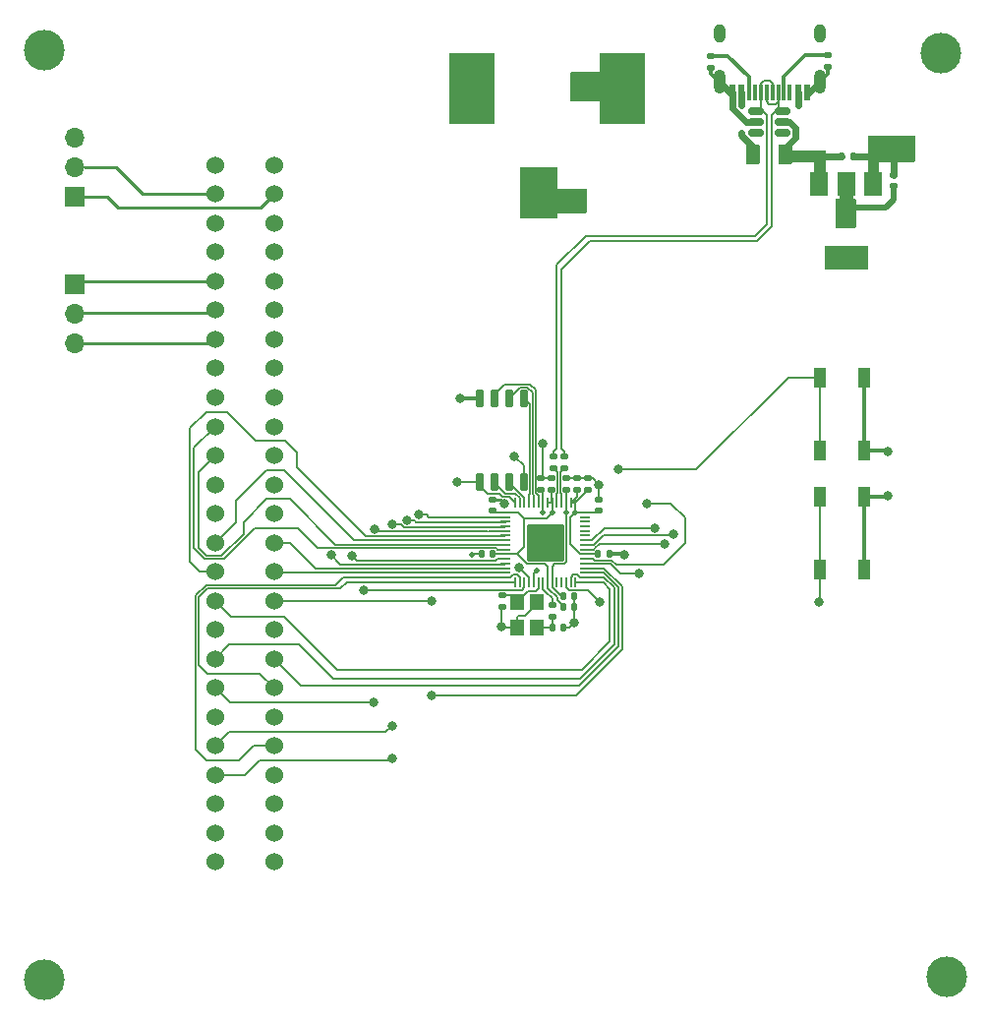
<source format=gbr>
%TF.GenerationSoftware,KiCad,Pcbnew,7.0.6-0*%
%TF.CreationDate,2024-06-08T16:42:37-07:00*%
%TF.ProjectId,pc64,70633634-2e6b-4696-9361-645f70636258,rev?*%
%TF.SameCoordinates,Original*%
%TF.FileFunction,Copper,L1,Top*%
%TF.FilePolarity,Positive*%
%FSLAX46Y46*%
G04 Gerber Fmt 4.6, Leading zero omitted, Abs format (unit mm)*
G04 Created by KiCad (PCBNEW 7.0.6-0) date 2024-06-08 16:42:37*
%MOMM*%
%LPD*%
G01*
G04 APERTURE LIST*
G04 Aperture macros list*
%AMRoundRect*
0 Rectangle with rounded corners*
0 $1 Rounding radius*
0 $2 $3 $4 $5 $6 $7 $8 $9 X,Y pos of 4 corners*
0 Add a 4 corners polygon primitive as box body*
4,1,4,$2,$3,$4,$5,$6,$7,$8,$9,$2,$3,0*
0 Add four circle primitives for the rounded corners*
1,1,$1+$1,$2,$3*
1,1,$1+$1,$4,$5*
1,1,$1+$1,$6,$7*
1,1,$1+$1,$8,$9*
0 Add four rect primitives between the rounded corners*
20,1,$1+$1,$2,$3,$4,$5,0*
20,1,$1+$1,$4,$5,$6,$7,0*
20,1,$1+$1,$6,$7,$8,$9,0*
20,1,$1+$1,$8,$9,$2,$3,0*%
G04 Aperture macros list end*
%TA.AperFunction,SMDPad,CuDef*%
%ADD10R,0.600000X1.450000*%
%TD*%
%TA.AperFunction,SMDPad,CuDef*%
%ADD11R,0.300000X1.450000*%
%TD*%
%TA.AperFunction,ComponentPad*%
%ADD12O,1.000000X2.100000*%
%TD*%
%TA.AperFunction,ComponentPad*%
%ADD13O,1.000000X1.600000*%
%TD*%
%TA.AperFunction,SMDPad,CuDef*%
%ADD14R,3.900000X6.200000*%
%TD*%
%TA.AperFunction,SMDPad,CuDef*%
%ADD15R,3.300000X4.400000*%
%TD*%
%TA.AperFunction,ComponentPad*%
%ADD16C,2.600000*%
%TD*%
%TA.AperFunction,ConnectorPad*%
%ADD17C,3.500000*%
%TD*%
%TA.AperFunction,SMDPad,CuDef*%
%ADD18RoundRect,0.140000X-0.170000X0.140000X-0.170000X-0.140000X0.170000X-0.140000X0.170000X0.140000X0*%
%TD*%
%TA.AperFunction,SMDPad,CuDef*%
%ADD19RoundRect,0.135000X0.185000X-0.135000X0.185000X0.135000X-0.185000X0.135000X-0.185000X-0.135000X0*%
%TD*%
%TA.AperFunction,SMDPad,CuDef*%
%ADD20RoundRect,0.140000X-0.140000X-0.170000X0.140000X-0.170000X0.140000X0.170000X-0.140000X0.170000X0*%
%TD*%
%TA.AperFunction,SMDPad,CuDef*%
%ADD21R,1.500000X2.000000*%
%TD*%
%TA.AperFunction,SMDPad,CuDef*%
%ADD22R,3.800000X2.000000*%
%TD*%
%TA.AperFunction,SMDPad,CuDef*%
%ADD23RoundRect,0.140000X0.140000X0.170000X-0.140000X0.170000X-0.140000X-0.170000X0.140000X-0.170000X0*%
%TD*%
%TA.AperFunction,ComponentPad*%
%ADD24C,1.524000*%
%TD*%
%TA.AperFunction,SMDPad,CuDef*%
%ADD25R,1.200000X1.400000*%
%TD*%
%TA.AperFunction,SMDPad,CuDef*%
%ADD26RoundRect,0.140000X0.170000X-0.140000X0.170000X0.140000X-0.170000X0.140000X-0.170000X-0.140000X0*%
%TD*%
%TA.AperFunction,ComponentPad*%
%ADD27O,1.700000X1.700000*%
%TD*%
%TA.AperFunction,ComponentPad*%
%ADD28R,1.700000X1.700000*%
%TD*%
%TA.AperFunction,SMDPad,CuDef*%
%ADD29RoundRect,0.150000X0.150000X-0.650000X0.150000X0.650000X-0.150000X0.650000X-0.150000X-0.650000X0*%
%TD*%
%TA.AperFunction,SMDPad,CuDef*%
%ADD30R,1.000000X1.700000*%
%TD*%
%TA.AperFunction,SMDPad,CuDef*%
%ADD31RoundRect,0.150000X-0.512500X-0.150000X0.512500X-0.150000X0.512500X0.150000X-0.512500X0.150000X0*%
%TD*%
%TA.AperFunction,SMDPad,CuDef*%
%ADD32RoundRect,0.250000X0.375000X0.625000X-0.375000X0.625000X-0.375000X-0.625000X0.375000X-0.625000X0*%
%TD*%
%TA.AperFunction,SMDPad,CuDef*%
%ADD33RoundRect,0.050000X-0.387500X-0.050000X0.387500X-0.050000X0.387500X0.050000X-0.387500X0.050000X0*%
%TD*%
%TA.AperFunction,SMDPad,CuDef*%
%ADD34RoundRect,0.050000X-0.050000X-0.387500X0.050000X-0.387500X0.050000X0.387500X-0.050000X0.387500X0*%
%TD*%
%TA.AperFunction,SMDPad,CuDef*%
%ADD35RoundRect,0.144000X-1.456000X-1.456000X1.456000X-1.456000X1.456000X1.456000X-1.456000X1.456000X0*%
%TD*%
%TA.AperFunction,SMDPad,CuDef*%
%ADD36RoundRect,0.135000X-0.185000X0.135000X-0.185000X-0.135000X0.185000X-0.135000X0.185000X0.135000X0*%
%TD*%
%TA.AperFunction,ViaPad*%
%ADD37C,0.800000*%
%TD*%
%TA.AperFunction,ViaPad*%
%ADD38C,0.500000*%
%TD*%
%TA.AperFunction,Conductor*%
%ADD39C,0.150000*%
%TD*%
%TA.AperFunction,Conductor*%
%ADD40C,0.200000*%
%TD*%
%TA.AperFunction,Conductor*%
%ADD41C,0.127000*%
%TD*%
%TA.AperFunction,Conductor*%
%ADD42C,0.300000*%
%TD*%
%TA.AperFunction,Conductor*%
%ADD43C,0.600000*%
%TD*%
%TA.AperFunction,Conductor*%
%ADD44C,0.500000*%
%TD*%
%TA.AperFunction,Conductor*%
%ADD45C,0.250000*%
%TD*%
G04 APERTURE END LIST*
D10*
%TO.P,J1,A1,GND*%
%TO.N,GND*%
X128955000Y-48512000D03*
%TO.P,J1,A4,VBUS*%
%TO.N,Net-(F1-Pad2)*%
X128180000Y-48512000D03*
D11*
%TO.P,J1,A5,CC1*%
%TO.N,Net-(J1-CC1)*%
X126980000Y-48512000D03*
%TO.P,J1,A6,D+*%
%TO.N,USB_D+*%
X125980000Y-48512000D03*
%TO.P,J1,A7,D-*%
%TO.N,USB_D-*%
X125480000Y-48512000D03*
%TO.P,J1,A8,SBU1*%
%TO.N,unconnected-(J1-SBU1-PadA8)*%
X124480000Y-48512000D03*
D10*
%TO.P,J1,A9,VBUS*%
%TO.N,Net-(F1-Pad2)*%
X123280000Y-48512000D03*
%TO.P,J1,A12,GND*%
%TO.N,GND*%
X122505000Y-48512000D03*
%TO.P,J1,B1,GND*%
X122505000Y-48512000D03*
%TO.P,J1,B4,VBUS*%
%TO.N,Net-(F1-Pad2)*%
X123280000Y-48512000D03*
D11*
%TO.P,J1,B5,CC2*%
%TO.N,Net-(J1-CC2)*%
X123980000Y-48512000D03*
%TO.P,J1,B6,D+*%
%TO.N,USB_D+*%
X124980000Y-48512000D03*
%TO.P,J1,B7,D-*%
%TO.N,USB_D-*%
X126480000Y-48512000D03*
%TO.P,J1,B8,SBU2*%
%TO.N,unconnected-(J1-SBU2-PadB8)*%
X127480000Y-48512000D03*
D10*
%TO.P,J1,B9,VBUS*%
%TO.N,Net-(F1-Pad2)*%
X128180000Y-48512000D03*
%TO.P,J1,B12,GND*%
%TO.N,GND*%
X128955000Y-48512000D03*
D12*
%TO.P,J1,S1,SHIELD*%
X130050000Y-47597000D03*
D13*
X130050000Y-43417000D03*
D12*
X121410000Y-47597000D03*
D13*
X121410000Y-43417000D03*
%TD*%
D14*
%TO.P,CART 12V,3*%
%TO.N,N/C*%
X100130000Y-48133000D03*
%TO.P,CART 12V,2*%
%TO.N,/CART_12V*%
X113030000Y-48133000D03*
D15*
%TO.P,CART 12V,1*%
%TO.N,GND*%
X105880000Y-57133000D03*
%TD*%
D16*
%TO.P,H1,1,1*%
%TO.N,GND*%
X63246000Y-124841000D03*
D17*
X63246000Y-124841000D03*
%TD*%
D18*
%TO.P,C3,1*%
%TO.N,Net-(U4-XIN)*%
X102716000Y-91799000D03*
%TO.P,C3,2*%
%TO.N,GND*%
X102716000Y-92759000D03*
%TD*%
D16*
%TO.P,H2,1,1*%
%TO.N,GND*%
X63246000Y-44831000D03*
D17*
X63246000Y-44831000D03*
%TD*%
D19*
%TO.P,R4,1*%
%TO.N,Net-(U4-USB_DM)*%
X108088980Y-80889000D03*
%TO.P,R4,2*%
%TO.N,USB_D-*%
X108088980Y-79869000D03*
%TD*%
D20*
%TO.P,C13,1*%
%TO.N,GND*%
X100916000Y-88249000D03*
%TO.P,C13,2*%
%TO.N,3.3V*%
X101876000Y-88249000D03*
%TD*%
D21*
%TO.P,U1002,1,GND*%
%TO.N,GND*%
X134634000Y-56413000D03*
%TO.P,U1002,2,VO*%
%TO.N,3.3V*%
X132334000Y-56413000D03*
%TO.P,U1002,3,VI*%
%TO.N,5V*%
X130034000Y-56413000D03*
D22*
%TO.P,U1002,4*%
%TO.N,N/C*%
X132334000Y-62713000D03*
%TD*%
D23*
%TO.P,C16,1*%
%TO.N,GND*%
X108906000Y-92809000D03*
%TO.P,C16,2*%
%TO.N,3.3V*%
X107946000Y-92809000D03*
%TD*%
D16*
%TO.P,H4,1,1*%
%TO.N,GND*%
X140970000Y-124587000D03*
D17*
X140970000Y-124587000D03*
%TD*%
D18*
%TO.P,C7,1*%
%TO.N,GND*%
X108246000Y-81739000D03*
%TO.P,C7,2*%
%TO.N,Net-(U4-VREG_VOUT)*%
X108246000Y-82699000D03*
%TD*%
D24*
%TO.P,U2,50,GND*%
%TO.N,GND*%
X77978000Y-54756000D03*
%TO.P,U2,49,RAUDIO*%
%TO.N,/CART_RAUDIO*%
X77978000Y-57256000D03*
%TO.P,U2,48,GND*%
%TO.N,GND*%
X77978000Y-59756000D03*
%TO.P,U2,47,GND*%
X77978000Y-62256000D03*
%TO.P,U2,46,VIDEO_SYNC*%
%TO.N,/CART_VIDEO_SYNC*%
X77978000Y-64756000D03*
%TO.P,U2,45,~{NMI}*%
%TO.N,/CART_NMI*%
X77978000Y-67256000D03*
%TO.P,U2,44,~{INT1}*%
%TO.N,/CART_INT1*%
X77978000Y-69756000D03*
%TO.P,U2,43,CIC_DCLK*%
%TO.N,/CIC_CLK*%
X77978000Y-72256000D03*
%TO.P,U2,42,VCC*%
%TO.N,3.3V*%
X77978000Y-74756000D03*
%TO.P,U2,41,AD7*%
%TO.N,/AD7*%
X77978000Y-77256000D03*
%TO.P,U2,40,AD6*%
%TO.N,/AD6*%
X77978000Y-79756000D03*
%TO.P,U2,39,12V*%
%TO.N,/CART_12V*%
X77978000Y-82256000D03*
%TO.P,U2,38,12V_EXP*%
X77978000Y-84756000D03*
%TO.P,U2,37,AD5*%
%TO.N,/AD5*%
X77978000Y-87256000D03*
%TO.P,U2,36,AD4*%
%TO.N,/AD4*%
X77978000Y-89756000D03*
%TO.P,U2,35,ALEH*%
%TO.N,/ALEH*%
X77978000Y-92256000D03*
%TO.P,U2,34,VCC*%
%TO.N,3.3V*%
X77978000Y-94756000D03*
%TO.P,U2,33,ALEL*%
%TO.N,/ALEL*%
X77978000Y-97256000D03*
%TO.P,U2,32,AD3*%
%TO.N,/AD3*%
X77978000Y-99756000D03*
%TO.P,U2,31,GND*%
%TO.N,GND*%
X77978000Y-102256000D03*
%TO.P,U2,30,AD2*%
%TO.N,/AD2*%
X77978000Y-104756000D03*
%TO.P,U2,29,AD1*%
%TO.N,/AD1*%
X77978000Y-107256000D03*
%TO.P,U2,28,AD0*%
%TO.N,/AD0*%
X77978000Y-109756000D03*
%TO.P,U2,27,GND*%
%TO.N,GND*%
X77978000Y-112256000D03*
%TO.P,U2,26,GND*%
X77978000Y-114756000D03*
%TO.P,U2,25,GND*%
X83058000Y-54756000D03*
%TO.P,U2,24,LAUDIO*%
%TO.N,/CART_LAUDIO*%
X83058000Y-57256000D03*
%TO.P,U2,23,GND*%
%TO.N,GND*%
X83058000Y-59756000D03*
%TO.P,U2,22,GND*%
X83058000Y-62256000D03*
%TO.P,U2,21,SI_DAT*%
%TO.N,/N64_SI_DAT*%
X83058000Y-64756000D03*
%TO.P,U2,20,~{COLD_RESET}*%
%TO.N,/COLD_RESET*%
X83058000Y-67256000D03*
%TO.P,U2,19,SI_CLK*%
%TO.N,/N64_SI_CLK*%
X83058000Y-69756000D03*
%TO.P,U2,18,CIC_DIO*%
%TO.N,/CIC_DIO*%
X83058000Y-72256000D03*
%TO.P,U2,17,VCC*%
%TO.N,3.3V*%
X83058000Y-74756000D03*
%TO.P,U2,16,AD8*%
%TO.N,/AD8*%
X83058000Y-77256000D03*
%TO.P,U2,15,AD9*%
%TO.N,/AD9*%
X83058000Y-79756000D03*
%TO.P,U2,14,12V_EXP*%
%TO.N,/CART_12V*%
X83058000Y-82256000D03*
%TO.P,U2,13,12V*%
X83058000Y-84756000D03*
%TO.P,U2,12,AD10*%
%TO.N,/AD10*%
X83058000Y-87256000D03*
%TO.P,U2,11,AD11*%
%TO.N,/AD11*%
X83058000Y-89756000D03*
%TO.P,U2,10,~{READ}*%
%TO.N,/READ*%
X83058000Y-92256000D03*
%TO.P,U2,9,VCC*%
%TO.N,3.3V*%
X83058000Y-94756000D03*
%TO.P,U2,8,~{WRITE}*%
%TO.N,/WRITE*%
X83058000Y-97256000D03*
%TO.P,U2,7,AD12*%
%TO.N,/AD12*%
X83058000Y-99756000D03*
%TO.P,U2,6,GND*%
%TO.N,GND*%
X83058000Y-102256000D03*
%TO.P,U2,5,AD13*%
%TO.N,/AD13*%
X83058000Y-104756000D03*
%TO.P,U2,4,AD14*%
%TO.N,/AD14*%
X83058000Y-107256000D03*
%TO.P,U2,3,AD15*%
%TO.N,/AD15*%
X83058000Y-109756000D03*
%TO.P,U2,2,GND*%
%TO.N,GND*%
X83058000Y-112256000D03*
%TO.P,U2,1,GND*%
X83058000Y-114756000D03*
%TD*%
D25*
%TO.P,Y1,1,1*%
%TO.N,Net-(C4-Pad1)*%
X105726000Y-94569000D03*
%TO.P,Y1,2,2*%
%TO.N,GND*%
X105726000Y-92369000D03*
%TO.P,Y1,3,3*%
%TO.N,Net-(U4-XIN)*%
X104026000Y-92369000D03*
%TO.P,Y1,4,4*%
%TO.N,GND*%
X104026000Y-94569000D03*
%TD*%
D26*
%TO.P,C1002,1*%
%TO.N,3.3V*%
X136448800Y-56560600D03*
%TO.P,C1002,2*%
%TO.N,GND*%
X136448800Y-55600600D03*
%TD*%
D20*
%TO.P,C4,1*%
%TO.N,Net-(C4-Pad1)*%
X107006000Y-94559000D03*
%TO.P,C4,2*%
%TO.N,GND*%
X107966000Y-94559000D03*
%TD*%
D19*
%TO.P,R1,1*%
%TO.N,GND*%
X130750000Y-46347000D03*
%TO.P,R1,2*%
%TO.N,Net-(J1-CC1)*%
X130750000Y-45327000D03*
%TD*%
D18*
%TO.P,C9,1*%
%TO.N,GND*%
X110086000Y-81739000D03*
%TO.P,C9,2*%
%TO.N,3.3V*%
X110086000Y-82699000D03*
%TD*%
D27*
%TO.P,CON2,3,3*%
%TO.N,/CART_INT1*%
X65913000Y-70104000D03*
%TO.P,CON2,2,2*%
%TO.N,/CART_NMI*%
X65913000Y-67564000D03*
D28*
%TO.P,CON2,1,1*%
%TO.N,/CART_VIDEO_SYNC*%
X65913000Y-65024000D03*
%TD*%
D23*
%TO.P,C11,1*%
%TO.N,GND*%
X111936000Y-88249000D03*
%TO.P,C11,2*%
%TO.N,3.3V*%
X110976000Y-88249000D03*
%TD*%
D29*
%TO.P,U3,1,~{CS}*%
%TO.N,QSPI_CSn_Pull*%
X100751000Y-82079000D03*
%TO.P,U3,2,DO(IO1)*%
%TO.N,RP_SD1*%
X102021000Y-82079000D03*
%TO.P,U3,3,IO2*%
%TO.N,RP_SD2*%
X103291000Y-82079000D03*
%TO.P,U3,4,GND*%
%TO.N,GND*%
X104561000Y-82079000D03*
%TO.P,U3,5,DI(IO0)*%
%TO.N,RP_SD0*%
X104561000Y-74879000D03*
%TO.P,U3,6,CLK*%
%TO.N,RP_CLK*%
X103291000Y-74879000D03*
%TO.P,U3,7,IO3*%
%TO.N,RP_SD3*%
X102021000Y-74879000D03*
%TO.P,U3,8,VCC*%
%TO.N,3.3V*%
X100751000Y-74879000D03*
%TD*%
D16*
%TO.P,H3,1,1*%
%TO.N,GND*%
X140462000Y-45085000D03*
D17*
X140462000Y-45085000D03*
%TD*%
D19*
%TO.P,R3,1*%
%TO.N,Net-(U4-USB_DP)*%
X107148980Y-80889000D03*
%TO.P,R3,2*%
%TO.N,USB_D+*%
X107148980Y-79869000D03*
%TD*%
D18*
%TO.P,C8,1*%
%TO.N,GND*%
X109166000Y-81739000D03*
%TO.P,C8,2*%
%TO.N,3.3V*%
X109166000Y-82699000D03*
%TD*%
D30*
%TO.P,RP_SW2,1,1*%
%TO.N,RUN_PULL*%
X130048000Y-89612000D03*
X130048000Y-83312000D03*
%TO.P,RP_SW2,2,2*%
%TO.N,GND*%
X133848000Y-89612000D03*
X133848000Y-83312000D03*
%TD*%
D31*
%TO.P,U1001,1,IO1*%
%TO.N,USB_D+*%
X124592500Y-50117000D03*
%TO.P,U1001,2,VN*%
%TO.N,GND*%
X124592500Y-51067000D03*
%TO.P,U1001,3,IO2*%
%TO.N,unconnected-(U1001-IO2-Pad3)*%
X124592500Y-52017000D03*
%TO.P,U1001,4,IO3*%
%TO.N,unconnected-(U1001-IO3-Pad4)*%
X126867500Y-52017000D03*
%TO.P,U1001,5,VP*%
%TO.N,5V*%
X126867500Y-51067000D03*
%TO.P,U1001,6,IO4*%
%TO.N,USB_D-*%
X126867500Y-50117000D03*
%TD*%
D30*
%TO.P,RP_SW1,1,1*%
%TO.N,QSPI_CSn_Pull*%
X130058000Y-79325000D03*
X130058000Y-73025000D03*
%TO.P,RP_SW1,2,2*%
%TO.N,GND*%
X133858000Y-79325000D03*
X133858000Y-73025000D03*
%TD*%
D18*
%TO.P,C14,1*%
%TO.N,GND*%
X101846000Y-83559000D03*
%TO.P,C14,2*%
%TO.N,3.3V*%
X101846000Y-84519000D03*
%TD*%
D20*
%TO.P,C1001,1*%
%TO.N,5V*%
X131981000Y-53975000D03*
%TO.P,C1001,2*%
%TO.N,GND*%
X132941000Y-53975000D03*
%TD*%
D18*
%TO.P,C10,1*%
%TO.N,GND*%
X111006000Y-83559000D03*
%TO.P,C10,2*%
%TO.N,3.3V*%
X111006000Y-84519000D03*
%TD*%
%TO.P,C5,1*%
%TO.N,GND*%
X106066000Y-81739000D03*
%TO.P,C5,2*%
%TO.N,Net-(U4-VREG_VOUT)*%
X106066000Y-82699000D03*
%TD*%
D27*
%TO.P,CON3,3,3*%
%TO.N,GND*%
X65898000Y-52436000D03*
%TO.P,CON3,2,2*%
%TO.N,/CART_RAUDIO*%
X65898000Y-54976000D03*
D28*
%TO.P,CON3,1,1*%
%TO.N,/CART_LAUDIO*%
X65898000Y-57516000D03*
%TD*%
D18*
%TO.P,C15,1*%
%TO.N,GND*%
X106986000Y-81739000D03*
%TO.P,C15,2*%
%TO.N,3.3V*%
X106986000Y-82699000D03*
%TD*%
D32*
%TO.P,F1,2*%
%TO.N,Net-(F1-Pad2)*%
X124330000Y-53887000D03*
%TO.P,F1,1*%
%TO.N,5V*%
X127130000Y-53887000D03*
%TD*%
D19*
%TO.P,R2,1*%
%TO.N,GND*%
X120700000Y-46357000D03*
%TO.P,R2,2*%
%TO.N,Net-(J1-CC2)*%
X120700000Y-45337000D03*
%TD*%
D23*
%TO.P,C6,1*%
%TO.N,GND*%
X108906000Y-91889000D03*
%TO.P,C6,2*%
%TO.N,Net-(U4-VREG_VOUT)*%
X107946000Y-91889000D03*
%TD*%
D33*
%TO.P,U4,1,IOVDD*%
%TO.N,3.3V*%
X102988500Y-84649000D03*
%TO.P,U4,2,GPIO0*%
%TO.N,/AD0*%
X102988500Y-85049000D03*
%TO.P,U4,3,GPIO1*%
%TO.N,/AD1*%
X102988500Y-85449000D03*
%TO.P,U4,4,GPIO2*%
%TO.N,/AD2*%
X102988500Y-85849000D03*
%TO.P,U4,5,GPIO3*%
%TO.N,/AD3*%
X102988500Y-86249000D03*
%TO.P,U4,6,GPIO4*%
%TO.N,/AD4*%
X102988500Y-86649000D03*
%TO.P,U4,7,GPIO5*%
%TO.N,/AD5*%
X102988500Y-87049000D03*
%TO.P,U4,8,GPIO6*%
%TO.N,/AD6*%
X102988500Y-87449000D03*
%TO.P,U4,9,GPIO7*%
%TO.N,/AD7*%
X102988500Y-87849000D03*
%TO.P,U4,10,IOVDD*%
%TO.N,3.3V*%
X102988500Y-88249000D03*
%TO.P,U4,11,GPIO8*%
%TO.N,/AD8*%
X102988500Y-88649000D03*
%TO.P,U4,12,GPIO9*%
%TO.N,/AD9*%
X102988500Y-89049000D03*
%TO.P,U4,13,GPIO10*%
%TO.N,/AD10*%
X102988500Y-89449000D03*
%TO.P,U4,14,GPIO11*%
%TO.N,/AD11*%
X102988500Y-89849000D03*
D34*
%TO.P,U4,15,GPIO12*%
%TO.N,/AD12*%
X103826000Y-90686500D03*
%TO.P,U4,16,GPIO13*%
%TO.N,/AD13*%
X104226000Y-90686500D03*
%TO.P,U4,17,GPIO14*%
%TO.N,/AD14*%
X104626000Y-90686500D03*
%TO.P,U4,18,GPIO15*%
%TO.N,/AD15*%
X105026000Y-90686500D03*
%TO.P,U4,19,TESTEN*%
%TO.N,GND*%
X105426000Y-90686500D03*
%TO.P,U4,20,XIN*%
%TO.N,Net-(U4-XIN)*%
X105826000Y-90686500D03*
%TO.P,U4,21,XOUT*%
%TO.N,Net-(U4-XOUT)*%
X106226000Y-90686500D03*
%TO.P,U4,22,IOVDD*%
%TO.N,3.3V*%
X106626000Y-90686500D03*
%TO.P,U4,23,DVDD*%
%TO.N,Net-(U4-VREG_VOUT)*%
X107026000Y-90686500D03*
%TO.P,U4,24,SWCLK*%
%TO.N,Net-(SWCLK1-Pin_1)*%
X107426000Y-90686500D03*
%TO.P,U4,25,SWD*%
%TO.N,Net-(SWD1-Pin_1)*%
X107826000Y-90686500D03*
%TO.P,U4,26,RUN*%
%TO.N,RUN_PULL*%
X108226000Y-90686500D03*
%TO.P,U4,27,GPIO16*%
%TO.N,/ALEL*%
X108626000Y-90686500D03*
%TO.P,U4,28,GPIO17*%
%TO.N,/ALEH*%
X109026000Y-90686500D03*
D33*
%TO.P,U4,29,GPIO18*%
%TO.N,/WRITE*%
X109863500Y-89849000D03*
%TO.P,U4,30,GPIO19*%
%TO.N,/READ*%
X109863500Y-89449000D03*
%TO.P,U4,31,GPIO20*%
%TO.N,/CIC_CLK*%
X109863500Y-89049000D03*
%TO.P,U4,32,GPIO21*%
%TO.N,/CIC_DIO*%
X109863500Y-88649000D03*
%TO.P,U4,33,IOVDD*%
%TO.N,3.3V*%
X109863500Y-88249000D03*
%TO.P,U4,34,GPIO22*%
%TO.N,/COLD_RESET*%
X109863500Y-87849000D03*
%TO.P,U4,35,GPIO23*%
%TO.N,/N64_SI_DAT*%
X109863500Y-87449000D03*
%TO.P,U4,36,GPIO24*%
%TO.N,/N64_SI_CLK*%
X109863500Y-87049000D03*
%TO.P,U4,37,GPIO25*%
%TO.N,unconnected-(U4-GPIO25-Pad37)*%
X109863500Y-86649000D03*
%TO.P,U4,38,GPIO26_ADC0*%
%TO.N,unconnected-(U4-GPIO26_ADC0-Pad38)*%
X109863500Y-86249000D03*
%TO.P,U4,39,GPIO27_ADC1*%
%TO.N,unconnected-(U4-GPIO27_ADC1-Pad39)*%
X109863500Y-85849000D03*
%TO.P,U4,40,GPIO28_ADC2*%
%TO.N,unconnected-(U4-GPIO28_ADC2-Pad40)*%
X109863500Y-85449000D03*
%TO.P,U4,41,GPIO29_ADC3*%
%TO.N,unconnected-(U4-GPIO29_ADC3-Pad41)*%
X109863500Y-85049000D03*
%TO.P,U4,42,IOVDD*%
%TO.N,3.3V*%
X109863500Y-84649000D03*
D34*
%TO.P,U4,43,ADC_AVDD*%
X109026000Y-83811500D03*
%TO.P,U4,44,VREG_IN*%
X108626000Y-83811500D03*
%TO.P,U4,45,VREG_VOUT*%
%TO.N,Net-(U4-VREG_VOUT)*%
X108226000Y-83811500D03*
%TO.P,U4,46,USB_DM*%
%TO.N,Net-(U4-USB_DM)*%
X107826000Y-83811500D03*
%TO.P,U4,47,USB_DP*%
%TO.N,Net-(U4-USB_DP)*%
X107426000Y-83811500D03*
%TO.P,U4,48,USB_VDD*%
%TO.N,3.3V*%
X107026000Y-83811500D03*
%TO.P,U4,49,IOVDD*%
X106626000Y-83811500D03*
%TO.P,U4,50,DVDD*%
%TO.N,Net-(U4-VREG_VOUT)*%
X106226000Y-83811500D03*
%TO.P,U4,51,QSPI_SD3*%
%TO.N,RP_SD3*%
X105826000Y-83811500D03*
%TO.P,U4,52,QSPI_SCLK*%
%TO.N,RP_CLK*%
X105426000Y-83811500D03*
%TO.P,U4,53,QSPI_SD0*%
%TO.N,RP_SD0*%
X105026000Y-83811500D03*
%TO.P,U4,54,QSPI_SD2*%
%TO.N,RP_SD2*%
X104626000Y-83811500D03*
%TO.P,U4,55,QSPI_SD1*%
%TO.N,RP_SD1*%
X104226000Y-83811500D03*
%TO.P,U4,56,QSPI_SS*%
%TO.N,QSPI_CSn_Pull*%
X103826000Y-83811500D03*
D35*
%TO.P,U4,57,GND*%
%TO.N,GND*%
X106426000Y-87249000D03*
%TD*%
D36*
%TO.P,R1001,1*%
%TO.N,Net-(U4-XOUT)*%
X107046000Y-92659000D03*
%TO.P,R1001,2*%
%TO.N,Net-(C4-Pad1)*%
X107046000Y-93679000D03*
%TD*%
D37*
%TO.N,GND*%
X108204000Y-57404000D03*
X108204000Y-58293000D03*
%TO.N,/CART_12V*%
X110363000Y-48768000D03*
X110363000Y-47498000D03*
X109347000Y-48768000D03*
X109347000Y-47498000D03*
%TO.N,GND*%
X109220000Y-58293000D03*
X109220000Y-57404000D03*
%TO.N,/N64_SI_DAT*%
X117475002Y-86537800D03*
%TO.N,/CIC_DIO*%
X115138200Y-83870800D03*
%TO.N,RUN_PULL*%
X111125000Y-92354400D03*
X130022600Y-92354400D03*
%TO.N,/AD0*%
X95554800Y-84869500D03*
%TO.N,/AD1*%
X93217986Y-105791000D03*
X94488000Y-85344000D03*
%TO.N,/AD2*%
X93218000Y-102997000D03*
X93218000Y-85646992D03*
%TO.N,/AD3*%
X91668600Y-100965000D03*
X91694000Y-86106006D03*
%TO.N,/AD8*%
X89788996Y-88371825D03*
%TO.N,/AD9*%
X88011000Y-88328000D03*
%TO.N,/AD14*%
X90754200Y-91338400D03*
%TO.N,/AD15*%
X104140000Y-89408000D03*
D38*
%TO.N,GND*%
X105664000Y-89662000D03*
D37*
X136906000Y-52832000D03*
D38*
X100076000Y-88265000D03*
D37*
X108906000Y-94113455D03*
X106226600Y-78734061D03*
X136906000Y-53848000D03*
X136017000Y-52832000D03*
X103765077Y-79800500D03*
X136017000Y-53848000D03*
X102670600Y-94482061D03*
X135890000Y-79375000D03*
X135890000Y-83185000D03*
X137795000Y-52832000D03*
X102906000Y-83929000D03*
X111052600Y-82290061D03*
X137795000Y-53848000D03*
X113224645Y-88298000D03*
X106426000Y-87249000D03*
%TO.N,/READ*%
X96672400Y-92278200D03*
X96672400Y-100380800D03*
%TO.N,/CIC_CLK*%
X114477800Y-89916000D03*
%TO.N,/COLD_RESET*%
X116668500Y-87342500D03*
D38*
%TO.N,3.3V*%
X107026000Y-84649000D03*
D37*
X132715000Y-58394598D03*
D38*
X109026000Y-84649000D03*
D37*
X99060000Y-74803000D03*
X131851400Y-58394600D03*
X132715000Y-59410600D03*
X131851400Y-59410600D03*
D38*
%TO.N,Net-(F1-Pad2)*%
X128180000Y-49617000D03*
X123280000Y-52017000D03*
X123280000Y-49617000D03*
D37*
%TO.N,QSPI_CSn_Pull*%
X98806000Y-82042000D03*
X112750600Y-80975200D03*
%TO.N,/N64_SI_CLK*%
X115824000Y-85978984D03*
D38*
%TO.N,Net-(U4-VREG_VOUT)*%
X106226000Y-84649000D03*
X108226000Y-84649000D03*
%TD*%
D39*
%TO.N,/ALEH*%
X109026000Y-90686500D02*
X111438300Y-90686500D01*
X79321000Y-93599000D02*
X77978000Y-92256000D01*
X111991000Y-91239200D02*
X111991000Y-95755600D01*
X88493600Y-98171000D02*
X83921600Y-93599000D01*
X111438300Y-90686500D02*
X111991000Y-91239200D01*
X83921600Y-93599000D02*
X79321000Y-93599000D01*
X111991000Y-95755600D02*
X109575600Y-98171000D01*
X109575600Y-98171000D02*
X88493600Y-98171000D01*
%TO.N,/CIC_CLK*%
X109863500Y-89049000D02*
X109877020Y-89062520D01*
X109877020Y-89062520D02*
X112024120Y-89062520D01*
X112024120Y-89062520D02*
X112877600Y-89916000D01*
X112877600Y-89916000D02*
X114477800Y-89916000D01*
%TO.N,/CIC_DIO*%
X115138200Y-83870800D02*
X117195600Y-83870800D01*
X117195600Y-83870800D02*
X118440200Y-85115400D01*
X118440200Y-85115400D02*
X118440200Y-87299800D01*
X116597500Y-89142500D02*
X112510500Y-89142500D01*
X118440200Y-87299800D02*
X116597500Y-89142500D01*
X112510500Y-89142500D02*
X112153520Y-88785520D01*
X110684183Y-88785520D02*
X110547663Y-88649000D01*
X112153520Y-88785520D02*
X110684183Y-88785520D01*
X110547663Y-88649000D02*
X109863500Y-88649000D01*
%TO.N,/AD6*%
X102988500Y-87449000D02*
X88338000Y-87449000D01*
X78536800Y-88392000D02*
X77216000Y-88392000D01*
X77216000Y-88392000D02*
X76530200Y-87706200D01*
X76530200Y-87706200D02*
X76530200Y-81203800D01*
X80441800Y-85471000D02*
X80441800Y-86487000D01*
X76530200Y-81203800D02*
X77978000Y-79756000D01*
X88338000Y-87449000D02*
X84404200Y-83515200D01*
X84404200Y-83515200D02*
X82397600Y-83515200D01*
X82397600Y-83515200D02*
X80441800Y-85471000D01*
X80441800Y-86487000D02*
X78536800Y-88392000D01*
%TO.N,/WRITE*%
X112699800Y-96215200D02*
X109321600Y-99593400D01*
X111449737Y-89849000D02*
X112699800Y-91099063D01*
X109863500Y-89849000D02*
X111449737Y-89849000D01*
X85395400Y-99593400D02*
X83058000Y-97256000D01*
X112699800Y-91099063D02*
X112699800Y-96215200D01*
X109321600Y-99593400D02*
X85395400Y-99593400D01*
%TO.N,/ALEL*%
X108626000Y-90686500D02*
X108626000Y-90257942D01*
X108626000Y-90257942D02*
X108861462Y-90022480D01*
X108861462Y-90022480D02*
X109190538Y-90022480D01*
X112344200Y-91135200D02*
X112344200Y-96037400D01*
X112344200Y-96037400D02*
X109423200Y-98958400D01*
X109190538Y-90022480D02*
X109417058Y-90249000D01*
X85217000Y-96012000D02*
X79222000Y-96012000D01*
X109417058Y-90249000D02*
X111458000Y-90249000D01*
X111458000Y-90249000D02*
X112344200Y-91135200D01*
X88163400Y-98958400D02*
X85217000Y-96012000D01*
X109423200Y-98958400D02*
X88163400Y-98958400D01*
X79222000Y-96012000D02*
X77978000Y-97256000D01*
D40*
%TO.N,USB_D-*%
X125955000Y-50419000D02*
X126257000Y-50117000D01*
X125955000Y-60037200D02*
X125955000Y-50419000D01*
X124680200Y-61312000D02*
X125955000Y-60037200D01*
X110265000Y-61312000D02*
X124680200Y-61312000D01*
X107843980Y-63733020D02*
X110265000Y-61312000D01*
X108088980Y-79388999D02*
X107843980Y-79143999D01*
X126257000Y-50117000D02*
X126867500Y-50117000D01*
X107843980Y-79143999D02*
X107843980Y-63733020D01*
X108088980Y-79869000D02*
X108088980Y-79388999D01*
D39*
%TO.N,/READ*%
X96672400Y-100380800D02*
X109118400Y-100380800D01*
X109118400Y-100380800D02*
X113030000Y-96469200D01*
X113030000Y-96469200D02*
X113030000Y-91037526D01*
X111441474Y-89449000D02*
X110998000Y-89449000D01*
X113030000Y-91037526D02*
X111441474Y-89449000D01*
%TO.N,/AD14*%
X103662618Y-91317000D02*
X103671618Y-91326000D01*
X90754200Y-91338400D02*
X90775600Y-91317000D01*
X90775600Y-91317000D02*
X103662618Y-91317000D01*
X104626000Y-91115058D02*
X104626000Y-90686500D01*
X103671618Y-91326000D02*
X104415058Y-91326000D01*
X104415058Y-91326000D02*
X104626000Y-91115058D01*
%TO.N,/AD12*%
X83058000Y-99756000D02*
X81854000Y-98552000D01*
X89310000Y-90649000D02*
X103826000Y-90649000D01*
X77343000Y-98552000D02*
X76604000Y-97813000D01*
X81854000Y-98552000D02*
X77343000Y-98552000D01*
X76604000Y-97813000D02*
X76604000Y-91925000D01*
X76604000Y-91925000D02*
X77343000Y-91186000D01*
X77343000Y-91186000D02*
X88773000Y-91186000D01*
X88773000Y-91186000D02*
X89310000Y-90649000D01*
%TO.N,/AD13*%
X77241400Y-105994200D02*
X76327000Y-105079800D01*
X77228263Y-90909000D02*
X88364200Y-90909000D01*
X103661462Y-90022480D02*
X103990538Y-90022480D01*
X76327000Y-105079800D02*
X76327000Y-91810263D01*
X83058000Y-104756000D02*
X81299000Y-104756000D01*
X80060800Y-105994200D02*
X77241400Y-105994200D01*
X89024200Y-90249000D02*
X103434942Y-90249000D01*
X76327000Y-91810263D02*
X77228263Y-90909000D01*
X88364200Y-90909000D02*
X89024200Y-90249000D01*
X103434942Y-90249000D02*
X103661462Y-90022480D01*
X81299000Y-104756000D02*
X80060800Y-105994200D01*
X103990538Y-90022480D02*
X104226000Y-90257942D01*
X104226000Y-90257942D02*
X104226000Y-90686500D01*
%TO.N,/AD4*%
X102988500Y-86649000D02*
X102929500Y-86708000D01*
X102929500Y-86708000D02*
X90949800Y-86708000D01*
X78994000Y-75996800D02*
X77241400Y-75996800D01*
X75844400Y-77393800D02*
X75844400Y-88925400D01*
X75844400Y-88925400D02*
X76675000Y-89756000D01*
X85013800Y-80772000D02*
X85013800Y-79476600D01*
X85013800Y-79476600D02*
X84023200Y-78486000D01*
X90949800Y-86708000D02*
X85013800Y-80772000D01*
X84023200Y-78486000D02*
X81483200Y-78486000D01*
X77241400Y-75996800D02*
X75844400Y-77393800D01*
X81483200Y-78486000D02*
X78994000Y-75996800D01*
X76675000Y-89756000D02*
X77978000Y-89756000D01*
%TO.N,/AD7*%
X77978000Y-77256000D02*
X76174600Y-79059400D01*
X86830231Y-87726000D02*
X102181337Y-87726000D01*
X76174600Y-79059400D02*
X76174600Y-87742338D01*
X102304337Y-87849000D02*
X102988500Y-87849000D01*
X76174600Y-87742338D02*
X77101262Y-88669000D01*
X77101262Y-88669000D02*
X78727738Y-88669000D01*
X78727738Y-88669000D02*
X81366938Y-86029800D01*
X102181337Y-87726000D02*
X102304337Y-87849000D01*
X81366938Y-86029800D02*
X85134031Y-86029800D01*
X85134031Y-86029800D02*
X86830231Y-87726000D01*
%TO.N,/AD5*%
X78021800Y-87256000D02*
X79781400Y-85496400D01*
X83896200Y-81026000D02*
X89919200Y-87049000D01*
X79781400Y-83616800D02*
X82372200Y-81026000D01*
X82372200Y-81026000D02*
X83896200Y-81026000D01*
X79781400Y-85496400D02*
X79781400Y-83616800D01*
X77978000Y-87256000D02*
X78021800Y-87256000D01*
X89919200Y-87049000D02*
X102988500Y-87049000D01*
%TO.N,/AD1*%
X93217986Y-105791000D02*
X92989386Y-106019600D01*
X92989386Y-106019600D02*
X81788000Y-106019600D01*
X81788000Y-106019600D02*
X80551600Y-107256000D01*
X80551600Y-107256000D02*
X77978000Y-107256000D01*
%TO.N,/READ*%
X96672400Y-92278200D02*
X96647000Y-92252800D01*
X96647000Y-92252800D02*
X83061200Y-92252800D01*
X83061200Y-92252800D02*
X83058000Y-92256000D01*
%TO.N,QSPI_CSn_Pull*%
X98806000Y-82042000D02*
X100714000Y-82042000D01*
X100714000Y-82042000D02*
X100751000Y-82079000D01*
X112750600Y-80975200D02*
X119430800Y-80975200D01*
X119430800Y-80975200D02*
X127381000Y-73025000D01*
X127381000Y-73025000D02*
X130058000Y-73025000D01*
%TO.N,/COLD_RESET*%
X116660400Y-87350600D02*
X111084938Y-87350600D01*
X110582339Y-87849000D02*
X109863500Y-87849000D01*
X111084938Y-87350600D02*
X110709538Y-87726000D01*
X110709538Y-87726000D02*
X110705339Y-87726000D01*
X116668500Y-87342500D02*
X116660400Y-87350600D01*
X110705339Y-87726000D02*
X110582339Y-87849000D01*
%TO.N,/N64_SI_DAT*%
X111455200Y-86588600D02*
X110594800Y-87449000D01*
X117475002Y-86537800D02*
X117424202Y-86588600D01*
X117424202Y-86588600D02*
X111455200Y-86588600D01*
X110594800Y-87449000D02*
X109863500Y-87449000D01*
%TO.N,/N64_SI_CLK*%
X109863500Y-87049000D02*
X110436000Y-87049000D01*
X110436000Y-87049000D02*
X111506000Y-85979000D01*
X111506000Y-85979000D02*
X115823984Y-85979000D01*
X115823984Y-85979000D02*
X115824000Y-85978984D01*
%TO.N,RUN_PULL*%
X130022600Y-92354400D02*
X130048000Y-92329000D01*
X130048000Y-92329000D02*
X130048000Y-89612000D01*
X111125000Y-92354400D02*
X110121120Y-91350520D01*
X110121120Y-91350520D02*
X108461462Y-91350520D01*
X108461462Y-91350520D02*
X108226000Y-91115058D01*
X108226000Y-91115058D02*
X108226000Y-90686500D01*
%TO.N,/AD3*%
X91668600Y-100965000D02*
X91617800Y-101015800D01*
X91617800Y-101015800D02*
X79237800Y-101015800D01*
X79237800Y-101015800D02*
X77978000Y-99756000D01*
%TO.N,/AD2*%
X77978000Y-104756000D02*
X79203600Y-103530400D01*
X79203600Y-103530400D02*
X92684600Y-103530400D01*
X92684600Y-103530400D02*
X93218000Y-102997000D01*
X102988500Y-85849000D02*
X102891500Y-85946000D01*
X102891500Y-85946000D02*
X94238643Y-85946000D01*
X94238643Y-85946000D02*
X93992243Y-85699600D01*
X93992243Y-85699600D02*
X93270608Y-85699600D01*
X93270608Y-85699600D02*
X93218000Y-85646992D01*
%TO.N,/AD1*%
X102966500Y-85471000D02*
X95304943Y-85471000D01*
X95304943Y-85471000D02*
X95177943Y-85344000D01*
X95177943Y-85344000D02*
X94488000Y-85344000D01*
%TO.N,/AD0*%
X95554800Y-84869500D02*
X95562900Y-84861400D01*
X96215200Y-84861400D02*
X96402800Y-85049000D01*
X95562900Y-84861400D02*
X96215200Y-84861400D01*
X96402800Y-85049000D02*
X102988500Y-85049000D01*
%TO.N,/AD10*%
X86233000Y-89027000D02*
X84462000Y-87256000D01*
X84462000Y-87256000D02*
X83058000Y-87256000D01*
D41*
%TO.N,RP_SD3*%
X102021000Y-74509000D02*
X102895020Y-73634980D01*
X105130980Y-73634980D02*
X105565980Y-74069980D01*
X102021000Y-74879000D02*
X102021000Y-74509000D01*
X102895020Y-73634980D02*
X105130980Y-73634980D01*
X105565980Y-74069980D02*
X105565980Y-82975698D01*
X105565980Y-82975698D02*
X105826000Y-83235718D01*
X105826000Y-83235718D02*
X105826000Y-83811500D01*
D42*
%TO.N,3.3V*%
X100675000Y-74803000D02*
X100751000Y-74879000D01*
X99060000Y-74803000D02*
X100675000Y-74803000D01*
D40*
%TO.N,USB_D+*%
X124493800Y-60862000D02*
X125505000Y-59850800D01*
X125505000Y-50419000D02*
X125203000Y-50117000D01*
X107148980Y-79869000D02*
X107148980Y-79388999D01*
X107148980Y-79388999D02*
X107393980Y-79143999D01*
X107393980Y-79143999D02*
X107393980Y-63356820D01*
X109888800Y-60862000D02*
X124493800Y-60862000D01*
X125505000Y-59850800D02*
X125505000Y-50419000D01*
X107393980Y-63356820D02*
X109888800Y-60862000D01*
X125203000Y-50117000D02*
X124592500Y-50117000D01*
D43*
%TO.N,GND*%
X136448800Y-55600600D02*
X136448800Y-54279800D01*
X136448800Y-54279800D02*
X136017000Y-53848000D01*
X136017000Y-53848000D02*
X136017000Y-53844618D01*
X132941000Y-53975000D02*
X135890000Y-53975000D01*
D41*
X135890000Y-53975000D02*
X136017000Y-53848000D01*
D43*
%TO.N,5V*%
X129540000Y-53975000D02*
X131981000Y-53975000D01*
D44*
%TO.N,3.3V*%
X136448800Y-56729200D02*
X136448800Y-57734200D01*
X136448800Y-57734200D02*
X135788400Y-58394600D01*
X135788400Y-58394600D02*
X131851400Y-58394600D01*
D41*
X136448800Y-56560600D02*
X136448800Y-56729200D01*
D42*
X132334000Y-56769000D02*
X132334000Y-56413000D01*
D41*
%TO.N,GND*%
X113206801Y-88298000D02*
X113224645Y-88298000D01*
X113157801Y-88249000D02*
X113206801Y-88298000D01*
%TO.N,RP_SD2*%
X104626000Y-83811500D02*
X104626000Y-83434561D01*
D43*
%TO.N,Net-(F1-Pad2)*%
X123280000Y-52182322D02*
X123280000Y-52017000D01*
X124330000Y-53887000D02*
X124330000Y-53232322D01*
X124330000Y-53232322D02*
X123280000Y-52182322D01*
%TO.N,5V*%
X127130000Y-53887000D02*
X127130000Y-53232322D01*
X127130000Y-53232322D02*
X127956520Y-52405802D01*
%TO.N,GND*%
X124592500Y-51067000D02*
X123702546Y-51067000D01*
X122325000Y-48512000D02*
X121410000Y-47597000D01*
X122505000Y-49869454D02*
X122505000Y-48512000D01*
X122505000Y-48512000D02*
X122325000Y-48512000D01*
X123702546Y-51067000D02*
X122505000Y-49869454D01*
D42*
%TO.N,Net-(J1-CC1)*%
X128829715Y-45327000D02*
X126980000Y-47176715D01*
X126980000Y-48512000D02*
X126980000Y-47176715D01*
X130750000Y-45327000D02*
X128829715Y-45327000D01*
%TO.N,GND*%
X130750000Y-46347000D02*
X130750000Y-46897000D01*
X130750000Y-46897000D02*
X130050000Y-47597000D01*
D43*
X129135000Y-48512000D02*
X130050000Y-47597000D01*
X128955000Y-48512000D02*
X129135000Y-48512000D01*
D42*
%TO.N,Net-(J1-CC2)*%
X123980000Y-47176715D02*
X122140285Y-45337000D01*
X123980000Y-48512000D02*
X123980000Y-47176715D01*
X122140285Y-45337000D02*
X120700000Y-45337000D01*
%TO.N,GND*%
X120700000Y-46887000D02*
X121410000Y-47597000D01*
X120700000Y-46357000D02*
X120700000Y-46887000D01*
D40*
%TO.N,USB_D+*%
X125980000Y-47744500D02*
X125980000Y-48512000D01*
X125745989Y-47510489D02*
X125980000Y-47744500D01*
X125214011Y-47510489D02*
X125745989Y-47510489D01*
X124980000Y-47744500D02*
X125214011Y-47510489D01*
X124980000Y-48512000D02*
X124980000Y-47744500D01*
X124980000Y-48512000D02*
X124980000Y-49847000D01*
%TO.N,USB_D-*%
X126480000Y-48512000D02*
X126480000Y-49847000D01*
X126245989Y-49513511D02*
X126480000Y-49279500D01*
X125480000Y-49279500D02*
X125714011Y-49513511D01*
X126480000Y-49279500D02*
X126480000Y-48512000D01*
X125480000Y-48512000D02*
X125480000Y-49279500D01*
X126245989Y-49513511D02*
X125714011Y-49513511D01*
D43*
%TO.N,5V*%
X127956520Y-51573520D02*
X127450000Y-51067000D01*
X127956520Y-52405802D02*
X127956520Y-51573520D01*
X127450000Y-51067000D02*
X126867500Y-51067000D01*
D45*
%TO.N,/CART_LAUDIO*%
X83058000Y-57256000D02*
X81894000Y-58420000D01*
X69596000Y-58420000D02*
X68692000Y-57516000D01*
X81894000Y-58420000D02*
X69596000Y-58420000D01*
X68692000Y-57516000D02*
X65898000Y-57516000D01*
D39*
%TO.N,/AD9*%
X88795040Y-89112040D02*
X88011000Y-88328000D01*
X102925460Y-89112040D02*
X88795040Y-89112040D01*
X102988500Y-89049000D02*
X102925460Y-89112040D01*
D45*
%TO.N,/CART_INT1*%
X65913000Y-70104000D02*
X77630000Y-70104000D01*
X77630000Y-70104000D02*
X77978000Y-69756000D01*
%TO.N,/CART_NMI*%
X65913000Y-67564000D02*
X66040000Y-67437000D01*
X66040000Y-67437000D02*
X77797000Y-67437000D01*
X77797000Y-67437000D02*
X77924000Y-67310000D01*
%TO.N,/CART_VIDEO_SYNC*%
X66180998Y-64756000D02*
X65912998Y-65024000D01*
X77978000Y-64756000D02*
X66180998Y-64756000D01*
D40*
%TO.N,GND*%
X106226600Y-81578400D02*
X106226600Y-78734061D01*
X104561000Y-80596423D02*
X103765077Y-79800500D01*
X104561000Y-82079000D02*
X104561000Y-80596423D01*
D41*
%TO.N,QSPI_CSn_Pull*%
X103826000Y-83811500D02*
X103338000Y-83323500D01*
X103338000Y-83323500D02*
X102754500Y-83323500D01*
X102754500Y-83323500D02*
X102500500Y-83069500D01*
X102500500Y-83069500D02*
X101484500Y-83069500D01*
X101484500Y-83069500D02*
X100751000Y-82336000D01*
X100751000Y-82336000D02*
X100751000Y-82079000D01*
%TO.N,RP_SD1*%
X104226000Y-83811500D02*
X104226000Y-83433882D01*
X104226000Y-83433882D02*
X103861618Y-83069500D01*
X102999960Y-83069500D02*
X102021000Y-82090540D01*
X103861618Y-83069500D02*
X102999960Y-83069500D01*
%TO.N,RP_SD2*%
X104626000Y-83434561D02*
X103291000Y-82099561D01*
D39*
%TO.N,/AD3*%
X91836994Y-86249000D02*
X91694000Y-86106006D01*
X101496600Y-86249000D02*
X91836994Y-86249000D01*
D41*
%TO.N,3.3V*%
X106986000Y-83771500D02*
X107026000Y-83811500D01*
X106986000Y-82699000D02*
X106986000Y-83771500D01*
D40*
X109166000Y-83271500D02*
X108626000Y-83811500D01*
X109166000Y-82699000D02*
X109166000Y-83271500D01*
D45*
%TO.N,/CART_RAUDIO*%
X77978000Y-57256000D02*
X71734000Y-57256000D01*
X71734000Y-57256000D02*
X69454000Y-54976000D01*
X69454000Y-54976000D02*
X66777000Y-54976000D01*
D40*
%TO.N,GND*%
X104645000Y-93558171D02*
X104815171Y-93388000D01*
X104026000Y-93669000D02*
X104136829Y-93558171D01*
X105726000Y-92469000D02*
X105726000Y-92369000D01*
X104815171Y-93379829D02*
X105726000Y-92469000D01*
X104026000Y-94569000D02*
X104026000Y-93669000D01*
X104815171Y-93388000D02*
X104815171Y-93379829D01*
X104136829Y-93558171D02*
X104645000Y-93558171D01*
D41*
%TO.N,/AD1*%
X102966500Y-85471000D02*
X102988500Y-85449000D01*
D39*
%TO.N,/AD3*%
X102988500Y-86249000D02*
X101528600Y-86249000D01*
%TO.N,/AD8*%
X102167817Y-88785520D02*
X90202691Y-88785520D01*
X102988500Y-88649000D02*
X102304337Y-88649000D01*
X90202691Y-88785520D02*
X89788996Y-88371825D01*
X102304337Y-88649000D02*
X102167817Y-88785520D01*
%TO.N,/AD10*%
X102988500Y-89449000D02*
X101528600Y-89449000D01*
X86655000Y-89449000D02*
X86233000Y-89027000D01*
X101528600Y-89449000D02*
X86655000Y-89449000D01*
%TO.N,/AD11*%
X102988500Y-89849000D02*
X101528600Y-89849000D01*
X101528600Y-89849000D02*
X83151000Y-89849000D01*
X83151000Y-89849000D02*
X83058000Y-89756000D01*
D41*
%TO.N,/AD15*%
X105026000Y-90294000D02*
X104140000Y-89408000D01*
X105026000Y-90686500D02*
X105026000Y-90294000D01*
%TO.N,GND*%
X135840000Y-79325000D02*
X135890000Y-79375000D01*
D40*
X110501539Y-81739000D02*
X111052600Y-82290061D01*
D42*
X133848000Y-83312000D02*
X133848000Y-89612000D01*
D40*
X108246000Y-81739000D02*
X110501539Y-81739000D01*
D41*
X134790600Y-56569600D02*
X134634000Y-56413000D01*
X102716000Y-92759000D02*
X102670600Y-92804400D01*
D45*
X101846000Y-83559000D02*
X102536000Y-83559000D01*
D41*
X105426000Y-90686500D02*
X105426000Y-89900000D01*
D40*
X102670600Y-92804400D02*
X102670600Y-94482061D01*
D41*
X105426000Y-89900000D02*
X105664000Y-89662000D01*
D42*
X111936000Y-88249000D02*
X113157801Y-88249000D01*
D41*
X100092000Y-88249000D02*
X100076000Y-88265000D01*
X106066000Y-81739000D02*
X106226600Y-81578400D01*
D40*
X108906000Y-91889000D02*
X108906000Y-92809000D01*
D45*
X102536000Y-83559000D02*
X102906000Y-83929000D01*
D40*
X102757539Y-94569000D02*
X104026000Y-94569000D01*
D41*
X102670600Y-94482061D02*
X102757539Y-94569000D01*
D40*
X107966000Y-94559000D02*
X108460455Y-94559000D01*
D41*
X111052600Y-83512400D02*
X111006000Y-83559000D01*
D40*
X100916000Y-88249000D02*
X100092000Y-88249000D01*
D42*
X133848000Y-83312000D02*
X135763000Y-83312000D01*
X133858000Y-79325000D02*
X135840000Y-79325000D01*
D41*
X108906000Y-94113461D02*
X108906000Y-94113455D01*
D40*
X111052600Y-82290061D02*
X111052600Y-83512400D01*
D41*
X135763000Y-83312000D02*
X135890000Y-83185000D01*
X106986000Y-81739000D02*
X106066000Y-81739000D01*
D42*
X133858000Y-73025000D02*
X133858000Y-79325000D01*
D40*
X108906000Y-92809000D02*
X108906000Y-94113461D01*
X108460455Y-94559000D02*
X108906000Y-94113455D01*
D39*
%TO.N,/READ*%
X109863500Y-89449000D02*
X110998000Y-89449000D01*
X110998000Y-89449000D02*
X111318600Y-89449000D01*
D40*
%TO.N,3.3V*%
X107435115Y-92206452D02*
X107946000Y-92717337D01*
X109863500Y-88249000D02*
X109434942Y-88249000D01*
X108626000Y-83811500D02*
X109026000Y-83811500D01*
X104598600Y-85147600D02*
X104598600Y-87640406D01*
X110876000Y-84649000D02*
X111006000Y-84519000D01*
X104598600Y-87640406D02*
X103990006Y-88249000D01*
X102988500Y-88249000D02*
X103990006Y-88249000D01*
X102988500Y-84649000D02*
X101976000Y-84649000D01*
X110086000Y-82751500D02*
X109026000Y-83811500D01*
X106404600Y-89077600D02*
X106626000Y-89299000D01*
X108588600Y-87402658D02*
X108588600Y-85086400D01*
X106626000Y-90686500D02*
X106626000Y-91176827D01*
X102988500Y-88249000D02*
X101876000Y-88249000D01*
X104818606Y-89077600D02*
X106404600Y-89077600D01*
X103990006Y-88249000D02*
X104818606Y-89077600D01*
X107026000Y-84649000D02*
X106527400Y-85147600D01*
X106626000Y-83811500D02*
X107026000Y-83811500D01*
X104100000Y-84649000D02*
X104598600Y-85147600D01*
X101976000Y-84649000D02*
X101846000Y-84519000D01*
X108588600Y-85086400D02*
X109026000Y-84649000D01*
X106527400Y-85147600D02*
X106118600Y-85147600D01*
D41*
X110086000Y-82699000D02*
X110086000Y-82751500D01*
D40*
X107435115Y-91985942D02*
X107435115Y-92206452D01*
X107026000Y-83811500D02*
X107026000Y-84649000D01*
X106626000Y-91176827D02*
X107435115Y-91985942D01*
X102988500Y-84649000D02*
X104100000Y-84649000D01*
X107946000Y-92717337D02*
X107946000Y-92809000D01*
X109863500Y-88249000D02*
X110978600Y-88249000D01*
X109863500Y-84649000D02*
X109026000Y-84649000D01*
X109026000Y-83811500D02*
X109026000Y-84649000D01*
X106626000Y-89299000D02*
X106626000Y-90686500D01*
X109863500Y-84649000D02*
X110876000Y-84649000D01*
X109434942Y-88249000D02*
X108588600Y-87402658D01*
X106118600Y-85147600D02*
X104598600Y-85147600D01*
D43*
%TO.N,Net-(F1-Pad2)*%
X128180000Y-48512000D02*
X128180000Y-49617000D01*
X123280000Y-48512000D02*
X123280000Y-49617000D01*
D39*
%TO.N,QSPI_CSn_Pull*%
X100811000Y-82079000D02*
X100811000Y-82396000D01*
X130058000Y-73025000D02*
X130058000Y-79325000D01*
%TO.N,RUN_PULL*%
X130048000Y-83312000D02*
X130048000Y-89612000D01*
D41*
%TO.N,RP_SD0*%
X105026000Y-83811500D02*
X105026000Y-83113650D01*
X105058940Y-83080710D02*
X105058940Y-75376940D01*
X105026000Y-83113650D02*
X105058940Y-83080710D01*
X105058940Y-75376940D02*
X104561000Y-74879000D01*
%TO.N,RP_CLK*%
X104270160Y-73888980D02*
X104851840Y-73888980D01*
X105426000Y-83194250D02*
X105426000Y-83811500D01*
X103291000Y-74879000D02*
X103291000Y-74868140D01*
X105312460Y-83080710D02*
X105426000Y-83194250D01*
X104851840Y-73888980D02*
X105312460Y-74349600D01*
X105312460Y-74349600D02*
X105312460Y-83080710D01*
X103291000Y-74868140D02*
X104270160Y-73888980D01*
%TO.N,/CART_NMI*%
X77924000Y-67310000D02*
X77978000Y-67256000D01*
D40*
%TO.N,Net-(U4-XIN)*%
X103456000Y-91799000D02*
X104026000Y-92369000D01*
X102716000Y-91799000D02*
X103456000Y-91799000D01*
X105826000Y-91209000D02*
X105592511Y-91442489D01*
X105592511Y-91442489D02*
X104952511Y-91442489D01*
X105826000Y-90686500D02*
X105826000Y-91209000D01*
X104952511Y-91442489D02*
X104026000Y-92369000D01*
%TO.N,Net-(C4-Pad1)*%
X105736000Y-94559000D02*
X105726000Y-94569000D01*
X107006000Y-94559000D02*
X105736000Y-94559000D01*
X107046000Y-93679000D02*
X107046000Y-94519000D01*
X107046000Y-94519000D02*
X107006000Y-94559000D01*
%TO.N,Net-(U4-VREG_VOUT)*%
X108258600Y-88894061D02*
X108258600Y-84681600D01*
X107799942Y-91889000D02*
X107946000Y-91889000D01*
D41*
X106066000Y-82699000D02*
X106226000Y-82859000D01*
D40*
X107026000Y-90686500D02*
X107026000Y-91115058D01*
D41*
X108226000Y-82719000D02*
X108246000Y-82699000D01*
X108226000Y-83811500D02*
X108226000Y-82719000D01*
D40*
X108258600Y-84681600D02*
X108226000Y-84649000D01*
X107026000Y-90686500D02*
X107026000Y-89299000D01*
X107026000Y-89299000D02*
X107249480Y-89075520D01*
X107249480Y-89075520D02*
X108077141Y-89075520D01*
X106226000Y-83811500D02*
X106226000Y-84649000D01*
X108226000Y-83811500D02*
X108226000Y-84649000D01*
X107026000Y-91115058D02*
X107799942Y-91889000D01*
D41*
X106226000Y-82859000D02*
X106226000Y-83811500D01*
D40*
X108077141Y-89075520D02*
X108258600Y-88894061D01*
D41*
%TO.N,Net-(U4-USB_DP)*%
X107426000Y-83079000D02*
X107426000Y-83811500D01*
X107148980Y-80889000D02*
X107492460Y-81232480D01*
X107492460Y-81232480D02*
X107492460Y-83012540D01*
X107492460Y-83012540D02*
X107426000Y-83079000D01*
%TO.N,Net-(U4-USB_DM)*%
X107745980Y-81232000D02*
X108088980Y-80889000D01*
X107826000Y-83079000D02*
X107745980Y-82998980D01*
X107826000Y-83811500D02*
X107826000Y-83079000D01*
X107745980Y-82998980D02*
X107745980Y-81232000D01*
D40*
%TO.N,Net-(U4-XOUT)*%
X106490751Y-91503347D02*
X106490751Y-91503751D01*
X106226000Y-90686500D02*
X106226000Y-91238596D01*
X106226000Y-91238596D02*
X106490751Y-91503347D01*
X106490751Y-91503751D02*
X107046000Y-92059000D01*
X107046000Y-92059000D02*
X107046000Y-92659000D01*
%TD*%
%TA.AperFunction,Conductor*%
%TO.N,3.3V*%
G36*
X132860321Y-56001602D02*
G01*
X132906814Y-56055258D01*
X132918200Y-56107600D01*
X132918200Y-57632600D01*
X133046200Y-57632600D01*
X133114321Y-57652602D01*
X133160814Y-57706258D01*
X133172200Y-57758600D01*
X133172200Y-60046600D01*
X133152198Y-60114721D01*
X133098542Y-60161214D01*
X133046200Y-60172600D01*
X131520200Y-60172600D01*
X131452079Y-60152598D01*
X131405586Y-60098942D01*
X131394200Y-60046600D01*
X131394200Y-57758600D01*
X131414202Y-57690479D01*
X131467858Y-57643986D01*
X131520200Y-57632600D01*
X131775200Y-57632600D01*
X131775200Y-56107600D01*
X131795202Y-56039479D01*
X131848858Y-55992986D01*
X131901200Y-55981600D01*
X132792200Y-55981600D01*
X132860321Y-56001602D01*
G37*
%TD.AperFunction*%
%TD*%
%TA.AperFunction,Conductor*%
%TO.N,GND*%
G36*
X138245121Y-52217002D02*
G01*
X138291614Y-52270658D01*
X138303000Y-52323000D01*
X138303000Y-54357000D01*
X138282998Y-54425121D01*
X138229342Y-54471614D01*
X138177000Y-54483000D01*
X135128000Y-54483000D01*
X135128000Y-56770000D01*
X135107998Y-56838121D01*
X135054342Y-56884614D01*
X135002000Y-56896000D01*
X134365000Y-56896000D01*
X134296879Y-56875998D01*
X134250386Y-56822342D01*
X134239000Y-56770000D01*
X134239000Y-52323000D01*
X134259002Y-52254879D01*
X134312658Y-52208386D01*
X134365000Y-52197000D01*
X138177000Y-52197000D01*
X138245121Y-52217002D01*
G37*
%TD.AperFunction*%
%TD*%
%TA.AperFunction,Conductor*%
%TO.N,/CART_12V*%
G36*
X112846039Y-46755685D02*
G01*
X112891794Y-46808489D01*
X112903000Y-46860000D01*
X112903000Y-49152000D01*
X112883315Y-49219039D01*
X112830511Y-49264794D01*
X112779000Y-49276000D01*
X108709000Y-49276000D01*
X108641961Y-49256315D01*
X108596206Y-49203511D01*
X108585000Y-49152000D01*
X108585000Y-46860000D01*
X108604685Y-46792961D01*
X108657489Y-46747206D01*
X108709000Y-46736000D01*
X112779000Y-46736000D01*
X112846039Y-46755685D01*
G37*
%TD.AperFunction*%
%TD*%
%TA.AperFunction,Conductor*%
%TO.N,GND*%
G36*
X109925039Y-56788685D02*
G01*
X109970794Y-56841489D01*
X109982000Y-56893000D01*
X109982000Y-58804000D01*
X109962315Y-58871039D01*
X109909511Y-58916794D01*
X109858000Y-58928000D01*
X106169000Y-58928000D01*
X106101961Y-58908315D01*
X106056206Y-58855511D01*
X106045000Y-58804000D01*
X106045000Y-56893000D01*
X106064685Y-56825961D01*
X106117489Y-56780206D01*
X106169000Y-56769000D01*
X109858000Y-56769000D01*
X109925039Y-56788685D01*
G37*
%TD.AperFunction*%
%TD*%
%TA.AperFunction,Conductor*%
%TO.N,5V*%
G36*
X130498787Y-53486685D02*
G01*
X130544542Y-53539489D01*
X130555748Y-53591251D01*
X130552918Y-54987918D01*
X130556000Y-55245000D01*
X130556000Y-56518000D01*
X130536315Y-56585039D01*
X130483511Y-56630794D01*
X130432000Y-56642000D01*
X129664000Y-56642000D01*
X129596961Y-56622315D01*
X129551206Y-56569511D01*
X129540000Y-56518000D01*
X129540000Y-54483000D01*
X127251000Y-54483000D01*
X127183961Y-54463315D01*
X127138206Y-54410511D01*
X127127000Y-54359000D01*
X127127000Y-53591000D01*
X127146685Y-53523961D01*
X127199489Y-53478206D01*
X127251000Y-53467000D01*
X130431748Y-53467000D01*
X130498787Y-53486685D01*
G37*
%TD.AperFunction*%
%TD*%
M02*

</source>
